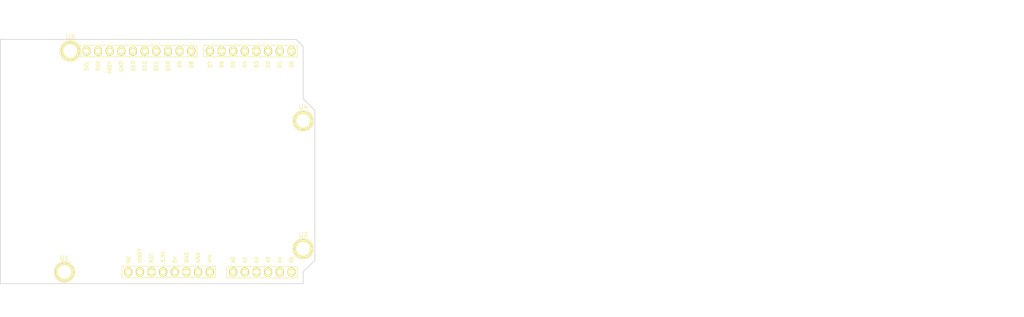
<source format=kicad_pcb>
(kicad_pcb (version 4) (host pcbnew 4.0.7-e2-6376~58~ubuntu16.04.1)

  (general
    (links 4)
    (no_connects 4)
    (area 110.922999 71.488 179.653001 129.272)
    (thickness 1.6)
    (drawings 10)
    (tracks 0)
    (zones 0)
    (modules 5)
    (nets 4)
  )

  (page USLetter)
  (title_block
    (title "Project Title")
    (date 2017-08-14)
    (rev v1.0)
    (company "Released under the CERN Open Hardware License v1.2")
    (comment 1 "Project based on template adapted by jenner@wickerbox.net")
    (comment 2 "Original template by Jonathan (poulc13)")
  )

  (layers
    (0 F.Cu signal)
    (31 B.Cu signal)
    (34 B.Paste user)
    (35 F.Paste user)
    (36 B.SilkS user)
    (37 F.SilkS user)
    (38 B.Mask user)
    (39 F.Mask user)
    (40 Dwgs.User user)
    (44 Edge.Cuts user)
    (48 B.Fab user)
    (49 F.Fab user)
  )

  (setup
    (last_trace_width 0.254)
    (user_trace_width 0.1524)
    (user_trace_width 0.254)
    (user_trace_width 0.3302)
    (user_trace_width 0.508)
    (user_trace_width 0.762)
    (user_trace_width 1.27)
    (trace_clearance 0.254)
    (zone_clearance 0.508)
    (zone_45_only no)
    (trace_min 0.1524)
    (segment_width 0.1524)
    (edge_width 0.1524)
    (via_size 0.6858)
    (via_drill 0.3302)
    (via_min_size 0.6858)
    (via_min_drill 0.3302)
    (user_via 0.6858 0.3302)
    (user_via 0.762 0.4064)
    (user_via 0.8636 0.508)
    (uvia_size 0.6858)
    (uvia_drill 0.3302)
    (uvias_allowed no)
    (uvia_min_size 0)
    (uvia_min_drill 0)
    (pcb_text_width 0.1524)
    (pcb_text_size 1.016 1.016)
    (mod_edge_width 0.1524)
    (mod_text_size 1.016 1.016)
    (mod_text_width 0.1524)
    (pad_size 1.524 1.524)
    (pad_drill 0.762)
    (pad_to_mask_clearance 0.0762)
    (solder_mask_min_width 0.1016)
    (pad_to_paste_clearance -0.0762)
    (aux_axis_origin 0 0)
    (visible_elements FFFEDF7D)
    (pcbplotparams
      (layerselection 0x310fc_80000001)
      (usegerberextensions true)
      (excludeedgelayer true)
      (linewidth 0.100000)
      (plotframeref false)
      (viasonmask false)
      (mode 1)
      (useauxorigin false)
      (hpglpennumber 1)
      (hpglpenspeed 20)
      (hpglpendiameter 15)
      (hpglpenoverlay 2)
      (psnegative false)
      (psa4output false)
      (plotreference true)
      (plotvalue true)
      (plotinvisibletext false)
      (padsonsilk false)
      (subtractmaskfromsilk false)
      (outputformat 1)
      (mirror false)
      (drillshape 0)
      (scaleselection 1)
      (outputdirectory gerbers))
  )

  (net 0 "")
  (net 1 GND)
  (net 2 /A4)
  (net 3 /A5)

  (net_class Default "This is the default net class."
    (clearance 0.254)
    (trace_width 0.254)
    (via_dia 0.6858)
    (via_drill 0.3302)
    (uvia_dia 0.6858)
    (uvia_drill 0.3302)
    (add_net /A4)
    (add_net /A5)
    (add_net GND)
  )

  (module Wickerlib:ARDUINO-101-SHIELD locked (layer F.Cu) (tedit 57283FB2) (tstamp 5728CC97)
    (at 63.0936 107.7722)
    (descr "Through hole socket strip")
    (tags "socket strip")
    (path /572986CB)
    (fp_text reference U5 (at 13.97 2.794) (layer F.SilkS) hide
      (effects (font (size 1 1) (thickness 0.15)))
    )
    (fp_text value ARDUINO-101-SHIELD (at 13.97 4.318) (layer F.Fab) hide
      (effects (font (size 1 1) (thickness 0.15)))
    )
    (fp_text user NC (at 5.1308 -2.779486 90) (layer F.SilkS)
      (effects (font (size 0.762 0.762) (thickness 0.1524)))
    )
    (fp_line (start 3.33 -1.75) (end 3.33 1.75) (layer F.CrtYd) (width 0.05))
    (fp_line (start 24.63 -1.75) (end 24.63 1.75) (layer F.CrtYd) (width 0.05))
    (fp_line (start 3.33 -1.75) (end 24.63 -1.75) (layer F.CrtYd) (width 0.05))
    (fp_line (start 3.33 1.75) (end 24.63 1.75) (layer F.CrtYd) (width 0.05))
    (fp_line (start 3.7084 1.27) (end 24.13 1.27) (layer F.SilkS) (width 0.15))
    (fp_line (start 24.13 1.27) (end 24.13 -1.27) (layer F.SilkS) (width 0.15))
    (fp_line (start 24.13 -1.27) (end 3.7084 -1.27) (layer F.SilkS) (width 0.15))
    (fp_line (start 3.7084 1.27) (end 3.7084 -1.27) (layer F.SilkS) (width 0.15))
    (fp_text user IOREF (at 7.62 -3.6322 90) (layer F.SilkS)
      (effects (font (size 0.762 0.762) (thickness 0.1524)))
    )
    (fp_text user RST (at 10.16 -3.033485 90) (layer F.SilkS)
      (effects (font (size 0.762 0.762) (thickness 0.1524)))
    )
    (fp_text user 3.3V (at 12.7 -3.233057 90) (layer F.SilkS)
      (effects (font (size 0.762 0.762) (thickness 0.1524)))
    )
    (fp_text user 5V (at 15.24 -2.688771 90) (layer F.SilkS)
      (effects (font (size 0.762 0.762) (thickness 0.1524)))
    )
    (fp_text user GND (at 17.78 -3.160486 90) (layer F.SilkS)
      (effects (font (size 0.762 0.762) (thickness 0.1524)))
    )
    (fp_text user GND (at 20.32 -3.160486 90) (layer F.SilkS)
      (effects (font (size 0.762 0.762) (thickness 0.1524)))
    )
    (fp_text user VIN (at 22.86 -2.906486 90) (layer F.SilkS)
      (effects (font (size 0.762 0.762) (thickness 0.1524)))
    )
    (fp_line (start 41.9354 -1.2446) (end 26.5938 -1.2446) (layer F.SilkS) (width 0.15))
    (fp_line (start 41.9354 1.2954) (end 41.9354 -1.2446) (layer F.SilkS) (width 0.15))
    (fp_text user A4 (at 38.1254 -2.688771 90) (layer F.SilkS)
      (effects (font (size 0.762 0.762) (thickness 0.1524)))
    )
    (fp_text user A3 (at 35.5854 -2.688771 90) (layer F.SilkS)
      (effects (font (size 0.762 0.762) (thickness 0.1524)))
    )
    (fp_text user A5 (at 40.6654 -2.688771 90) (layer F.SilkS)
      (effects (font (size 0.762 0.762) (thickness 0.1524)))
    )
    (fp_text user A0 (at 27.9654 -2.688771 90) (layer F.SilkS)
      (effects (font (size 0.762 0.762) (thickness 0.1524)))
    )
    (fp_text user A1 (at 30.5054 -2.688771 90) (layer F.SilkS)
      (effects (font (size 0.762 0.762) (thickness 0.1524)))
    )
    (fp_line (start 26.5938 1.2954) (end 41.9354 1.2954) (layer F.SilkS) (width 0.15))
    (fp_line (start 26.5938 1.2954) (end 26.5938 -1.2446) (layer F.SilkS) (width 0.15))
    (fp_text user A2 (at 33.0454 -2.688771 90) (layer F.SilkS)
      (effects (font (size 0.762 0.762) (thickness 0.1524)))
    )
    (fp_line (start 26.2154 -1.7246) (end 42.4354 -1.7246) (layer F.CrtYd) (width 0.05))
    (fp_line (start 26.2154 -1.7246) (end 26.2154 1.7754) (layer F.CrtYd) (width 0.05))
    (fp_line (start 42.4354 -1.7246) (end 42.4354 1.7754) (layer F.CrtYd) (width 0.05))
    (fp_line (start 26.2154 1.7754) (end 42.4354 1.7754) (layer F.CrtYd) (width 0.05))
    (fp_text user D2 (at 35.5854 -45.349886 90) (layer F.SilkS)
      (effects (font (size 0.762 0.762) (thickness 0.1524)))
    )
    (fp_line (start 41.9354 -46.99) (end 41.9354 -49.53) (layer F.SilkS) (width 0.15))
    (fp_text user D0 (at 40.6654 -45.349886 90) (layer F.SilkS)
      (effects (font (size 0.762 0.762) (thickness 0.1524)))
    )
    (fp_text user D1 (at 38.1254 -45.349886 90) (layer F.SilkS)
      (effects (font (size 0.762 0.762) (thickness 0.1524)))
    )
    (fp_line (start 41.9354 -49.53) (end 21.5138 -49.53) (layer F.SilkS) (width 0.15))
    (fp_text user D4 (at 30.5054 -45.349886 90) (layer F.SilkS)
      (effects (font (size 0.762 0.762) (thickness 0.1524)))
    )
    (fp_text user D5 (at 27.9654 -45.349886 90) (layer F.SilkS)
      (effects (font (size 0.762 0.762) (thickness 0.1524)))
    )
    (fp_line (start 21.5138 -46.99) (end 21.5138 -49.53) (layer F.SilkS) (width 0.15))
    (fp_text user D6 (at 25.4254 -45.349886 90) (layer F.SilkS)
      (effects (font (size 0.762 0.762) (thickness 0.1524)))
    )
    (fp_text user D7 (at 22.9362 -45.349886 90) (layer F.SilkS)
      (effects (font (size 0.762 0.762) (thickness 0.1524)))
    )
    (fp_line (start 21.5138 -46.99) (end 41.9354 -46.99) (layer F.SilkS) (width 0.15))
    (fp_text user D3 (at 33.0454 -45.349886 90) (layer F.SilkS)
      (effects (font (size 0.762 0.762) (thickness 0.1524)))
    )
    (fp_line (start 21.1354 -50.01) (end 21.1354 -46.51) (layer F.CrtYd) (width 0.05))
    (fp_line (start 42.4354 -50.01) (end 42.4354 -46.51) (layer F.CrtYd) (width 0.05))
    (fp_line (start 21.1354 -50.01) (end 42.4354 -50.01) (layer F.CrtYd) (width 0.05))
    (fp_line (start 21.1354 -46.51) (end 42.4354 -46.51) (layer F.CrtYd) (width 0.05))
    (fp_line (start 20.0914 -49.53) (end -5.3848 -49.53) (layer F.SilkS) (width 0.15))
    (fp_text user D10 (at 13.7414 -44.987029 90) (layer F.SilkS)
      (effects (font (size 0.762 0.762) (thickness 0.1524)))
    )
    (fp_text user D12 (at 8.6614 -44.987029 90) (layer F.SilkS)
      (effects (font (size 0.762 0.762) (thickness 0.1524)))
    )
    (fp_line (start -5.3848 -46.99) (end 20.0914 -46.99) (layer F.SilkS) (width 0.15))
    (fp_text user D9 (at 16.2814 -45.349886 90) (layer F.SilkS)
      (effects (font (size 0.762 0.762) (thickness 0.1524)))
    )
    (fp_text user D8 (at 18.8214 -45.349886 90) (layer F.SilkS)
      (effects (font (size 0.762 0.762) (thickness 0.1524)))
    )
    (fp_line (start 20.0914 -46.99) (end 20.0914 -49.53) (layer F.SilkS) (width 0.15))
    (fp_text user D11 (at 11.2014 -44.987029 90) (layer F.SilkS)
      (effects (font (size 0.762 0.762) (thickness 0.1524)))
    )
    (fp_line (start -5.4102 -46.99) (end -5.4102 -49.53) (layer F.SilkS) (width 0.15))
    (fp_text user D13 (at 6.1722 -44.987029 90) (layer F.SilkS)
      (effects (font (size 0.762 0.762) (thickness 0.1524)))
    )
    (fp_line (start -5.7912 -49.9872) (end 20.5914 -49.9872) (layer F.CrtYd) (width 0.05))
    (fp_line (start 20.5914 -50.01) (end 20.5914 -46.51) (layer F.CrtYd) (width 0.05))
    (fp_line (start -5.7912 -49.9872) (end -5.7912 -46.5074) (layer F.CrtYd) (width 0.05))
    (fp_line (start -5.7912 -46.5074) (end 20.5914 -46.51) (layer F.CrtYd) (width 0.05))
    (fp_text user GND (at 3.5814 -44.9326 90) (layer F.SilkS)
      (effects (font (size 0.762 0.762) (thickness 0.1524)))
    )
    (fp_text user SDA (at -1.4986 -45.023314 90) (layer F.SilkS)
      (effects (font (size 0.762 0.762) (thickness 0.1524)))
    )
    (fp_text user AREF (at 1.0414 -44.714885 90) (layer F.SilkS)
      (effects (font (size 0.762 0.762) (thickness 0.1524)))
    )
    (fp_text user SCL (at -3.9878 -45.041457 90) (layer F.SilkS)
      (effects (font (size 0.762 0.762) (thickness 0.1524)))
    )
    (pad NC thru_hole oval (at 5.08 0) (size 1.7272 2.032) (drill 1.016) (layers *.Cu *.Mask F.SilkS))
    (pad IO thru_hole oval (at 7.62 0) (size 1.7272 2.032) (drill 1.016) (layers *.Cu *.Mask F.SilkS))
    (pad RST thru_hole oval (at 10.16 0) (size 1.7272 2.032) (drill 1.016) (layers *.Cu *.Mask F.SilkS))
    (pad 3V3 thru_hole oval (at 12.7 0) (size 1.7272 2.032) (drill 1.016) (layers *.Cu *.Mask F.SilkS))
    (pad 5V thru_hole oval (at 15.24 0) (size 1.7272 2.032) (drill 1.016) (layers *.Cu *.Mask F.SilkS))
    (pad GND1 thru_hole oval (at 17.78 0) (size 1.7272 2.032) (drill 1.016) (layers *.Cu *.Mask F.SilkS)
      (net 1 GND))
    (pad GND2 thru_hole oval (at 20.32 0) (size 1.7272 2.032) (drill 1.016) (layers *.Cu *.Mask F.SilkS)
      (net 1 GND))
    (pad VIN thru_hole oval (at 22.86 0) (size 1.7272 2.032) (drill 1.016) (layers *.Cu *.Mask F.SilkS))
    (pad A0 thru_hole oval (at 27.9654 0) (size 1.7272 2.032) (drill 1.016) (layers *.Cu *.Mask F.SilkS))
    (pad A1 thru_hole oval (at 30.5054 0) (size 1.7272 2.032) (drill 1.016) (layers *.Cu *.Mask F.SilkS))
    (pad A2 thru_hole oval (at 33.0454 0) (size 1.7272 2.032) (drill 1.016) (layers *.Cu *.Mask F.SilkS))
    (pad A5 thru_hole oval (at 40.6654 0) (size 1.7272 2.032) (drill 1.016) (layers *.Cu *.Mask F.SilkS)
      (net 3 /A5))
    (pad A4 thru_hole oval (at 38.1254 0) (size 1.7272 2.032) (drill 1.016) (layers *.Cu *.Mask F.SilkS)
      (net 2 /A4))
    (pad A3 thru_hole oval (at 35.5854 0) (size 1.7272 2.032) (drill 1.016) (layers *.Cu *.Mask F.SilkS))
    (pad D1 thru_hole oval (at 38.1254 -48.26) (size 1.7272 2.032) (drill 1.016) (layers *.Cu *.Mask F.SilkS))
    (pad D0 thru_hole oval (at 40.6654 -48.26) (size 1.7272 2.032) (drill 1.016) (layers *.Cu *.Mask F.SilkS))
    (pad D5 thru_hole oval (at 27.9654 -48.26) (size 1.7272 2.032) (drill 1.016) (layers *.Cu *.Mask F.SilkS))
    (pad D4 thru_hole oval (at 30.5054 -48.26) (size 1.7272 2.032) (drill 1.016) (layers *.Cu *.Mask F.SilkS))
    (pad D6 thru_hole oval (at 25.4254 -48.26) (size 1.7272 2.032) (drill 1.016) (layers *.Cu *.Mask F.SilkS))
    (pad D7 thru_hole oval (at 22.8854 -48.26) (size 1.7272 2.032) (drill 1.016) (layers *.Cu *.Mask F.SilkS))
    (pad D3 thru_hole oval (at 33.0454 -48.26) (size 1.7272 2.032) (drill 1.016) (layers *.Cu *.Mask F.SilkS))
    (pad D2 thru_hole oval (at 35.5854 -48.26) (size 1.7272 2.032) (drill 1.016) (layers *.Cu *.Mask F.SilkS))
    (pad D13 thru_hole oval (at 6.1214 -48.26) (size 1.7272 2.032) (drill 1.016) (layers *.Cu *.Mask F.SilkS))
    (pad D12 thru_hole oval (at 8.6614 -48.26) (size 1.7272 2.032) (drill 1.016) (layers *.Cu *.Mask F.SilkS))
    (pad D11 thru_hole oval (at 11.2014 -48.26) (size 1.7272 2.032) (drill 1.016) (layers *.Cu *.Mask F.SilkS))
    (pad D8 thru_hole oval (at 18.8214 -48.26) (size 1.7272 2.032) (drill 1.016) (layers *.Cu *.Mask F.SilkS))
    (pad D9 thru_hole oval (at 16.2814 -48.26) (size 1.7272 2.032) (drill 1.016) (layers *.Cu *.Mask F.SilkS))
    (pad D10 thru_hole oval (at 13.7414 -48.26) (size 1.7272 2.032) (drill 1.016) (layers *.Cu *.Mask F.SilkS))
    (pad AREF thru_hole oval (at 1.0414 -48.26) (size 1.7272 2.032) (drill 1.016) (layers *.Cu *.Mask F.SilkS))
    (pad GND3 thru_hole oval (at 3.5814 -48.26) (size 1.7272 2.032) (drill 1.016) (layers *.Cu *.Mask F.SilkS)
      (net 1 GND))
    (pad SCL thru_hole oval (at -4.0386 -48.26) (size 1.7272 2.032) (drill 1.016) (layers *.Cu *.Mask F.SilkS)
      (net 3 /A5))
    (pad SDA thru_hole oval (at -1.4986 -48.26) (size 1.7272 2.032) (drill 1.016) (layers *.Cu *.Mask F.SilkS)
      (net 2 /A4))
    (pad H1 thru_hole circle (at -7.62 -48.2092) (size 1.7272 1.7272) (drill 1.016) (layers *.Cu *.Mask F.SilkS))
    (model ${KIPRJMOD}/Socket_Arduino_Uno.3dshapes/Socket_header_Arduino_1x08.wrl
      (at (xyz 0.35 0 0))
      (scale (xyz 1 1 1))
      (rotate (xyz 0 0 180))
    )
  )

  (module ARDUINO-MOUNTING-HOLE locked (layer F.Cu) (tedit 0) (tstamp 572896E9)
    (at 54.2544 107.7722)
    (descr "module 1 pin (ou trou mecanique de percage)")
    (tags DEV)
    (path /57282130)
    (fp_text reference U1 (at 0 -3.048) (layer F.SilkS)
      (effects (font (size 1 1) (thickness 0.15)))
    )
    (fp_text value HOLE (at 0 2.794) (layer F.Fab)
      (effects (font (size 1 1) (thickness 0.15)))
    )
    (fp_circle (center 0 0) (end 0 -2.286) (layer F.SilkS) (width 0.15))
    (pad 1 thru_hole circle (at 0 0) (size 4.064 4.064) (drill 3.048) (layers *.Cu *.Mask F.SilkS))
  )

  (module ARDUINO-MOUNTING-HOLE locked (layer F.Cu) (tedit 0) (tstamp 572896EE)
    (at 106.3244 102.6922)
    (descr "module 1 pin (ou trou mecanique de percage)")
    (tags DEV)
    (path /57290D61)
    (fp_text reference U2 (at 0 -3.048) (layer F.SilkS)
      (effects (font (size 1 1) (thickness 0.15)))
    )
    (fp_text value HOLE (at 0 2.794) (layer F.Fab)
      (effects (font (size 1 1) (thickness 0.15)))
    )
    (fp_circle (center 0 0) (end 0 -2.286) (layer F.SilkS) (width 0.15))
    (pad 1 thru_hole circle (at 0 0) (size 4.064 4.064) (drill 3.048) (layers *.Cu *.Mask F.SilkS))
  )

  (module ARDUINO-MOUNTING-HOLE locked (layer F.Cu) (tedit 0) (tstamp 572896F3)
    (at 55.5244 59.5122)
    (descr "module 1 pin (ou trou mecanique de percage)")
    (tags DEV)
    (path /57290D9E)
    (fp_text reference U3 (at 0 -3.048) (layer F.SilkS)
      (effects (font (size 1 1) (thickness 0.15)))
    )
    (fp_text value HOLE (at 0 2.794) (layer F.Fab)
      (effects (font (size 1 1) (thickness 0.15)))
    )
    (fp_circle (center 0 0) (end 0 -2.286) (layer F.SilkS) (width 0.15))
    (pad 1 thru_hole circle (at 0 0) (size 4.064 4.064) (drill 3.048) (layers *.Cu *.Mask F.SilkS))
  )

  (module ARDUINO-MOUNTING-HOLE locked (layer F.Cu) (tedit 0) (tstamp 572896F8)
    (at 106.3244 74.7522)
    (descr "module 1 pin (ou trou mecanique de percage)")
    (tags DEV)
    (path /57290DDB)
    (fp_text reference U4 (at 0 -3.048) (layer F.SilkS)
      (effects (font (size 1 1) (thickness 0.15)))
    )
    (fp_text value HOLE (at 0 2.794) (layer F.Fab)
      (effects (font (size 1 1) (thickness 0.15)))
    )
    (fp_circle (center 0 0) (end 0 -2.286) (layer F.SilkS) (width 0.15))
    (pad 1 thru_hole circle (at 0 0) (size 4.064 4.064) (drill 3.048) (layers *.Cu *.Mask F.SilkS))
  )

  (gr_text "FABRICATION NOTES\n\n1. THIS IS A 2 LAYER BOARD. \n2. EXTERNAL LAYERS SHALL HAVE 1 OZ COPPER.\n3. MATERIAL: FR4 AND 0.062 INCH +/- 10% THICK.\n4. BOARDS SHALL BE ROHS COMPLIANT. \n5. MANUFACTURE IN ACCORDANCE WITH IPC-6012 CLASS 2\n6. MASK: BOTH SIDES OF THE BOARD SHALL HAVE \n   SOLDER MASK (ANY COLOR) OVER BARE COPPER. \n7. SILK: BOTH SIDES OF THE BOARD SHALL HAVE \n   WHITE SILKSCREEN. DO NOT PLACE SILK OVER BARE COPPER.\n8. FINISH: ENIG.\n9. MINIMUM TRACE WIDTH - 0.006 INCH.\n   MINIMUM SPACE - 0.006 INCH.\n   MINIMUM HOLE DIA - 0.013 INCH. \n10. MAX HOLE PLACEMENT TOLERANCE OF +/- 0.003 INCH.\n11. MAX HOLE DIAMETER TOLERANCE OF +/- 0.003 INCH AFTER PLATING." (at 120.4468 83.0072) (layer Dwgs.User)
    (effects (font (size 2.54 2.54) (thickness 0.254)) (justify left))
  )
  (gr_line (start 106.3244 58.4962) (end 104.8004 56.9722) (angle 90) (layer Edge.Cuts) (width 0.15))
  (gr_line (start 106.3244 69.9262) (end 106.3244 58.4962) (angle 90) (layer Edge.Cuts) (width 0.15))
  (gr_line (start 108.8644 72.4662) (end 106.3244 69.9262) (angle 90) (layer Edge.Cuts) (width 0.15))
  (gr_line (start 108.8644 105.2322) (end 108.8644 72.4662) (angle 90) (layer Edge.Cuts) (width 0.15))
  (gr_line (start 106.3244 107.7722) (end 108.8644 105.2322) (angle 90) (layer Edge.Cuts) (width 0.15))
  (gr_line (start 106.3244 110.3122) (end 106.3244 107.7722) (angle 90) (layer Edge.Cuts) (width 0.15))
  (gr_line (start 40.2844 110.3122) (end 106.3244 110.3122) (angle 90) (layer Edge.Cuts) (width 0.15))
  (gr_line (start 40.2844 56.9722) (end 40.2844 110.3122) (angle 90) (layer Edge.Cuts) (width 0.15))
  (gr_line (start 104.8004 56.9722) (end 40.2844 56.9722) (angle 90) (layer Edge.Cuts) (width 0.15))

)

</source>
